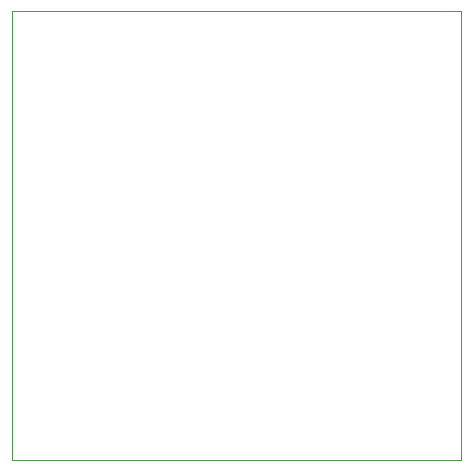
<source format=gm1>
G04 #@! TF.GenerationSoftware,KiCad,Pcbnew,7.0.8-7.0.8~ubuntu22.04.1*
G04 #@! TF.CreationDate,2024-01-26T15:47:29+01:00*
G04 #@! TF.ProjectId,imu,696d752e-6b69-4636-9164-5f7063625858,rev?*
G04 #@! TF.SameCoordinates,Original*
G04 #@! TF.FileFunction,Profile,NP*
%FSLAX46Y46*%
G04 Gerber Fmt 4.6, Leading zero omitted, Abs format (unit mm)*
G04 Created by KiCad (PCBNEW 7.0.8-7.0.8~ubuntu22.04.1) date 2024-01-26 15:47:29*
%MOMM*%
%LPD*%
G01*
G04 APERTURE LIST*
G04 #@! TA.AperFunction,Profile*
%ADD10C,0.100000*%
G04 #@! TD*
G04 APERTURE END LIST*
D10*
X120005888Y-36645585D02*
X120005888Y-74645584D01*
X82005888Y-74645584D01*
X82005888Y-36645584D01*
X120005888Y-36645585D01*
M02*

</source>
